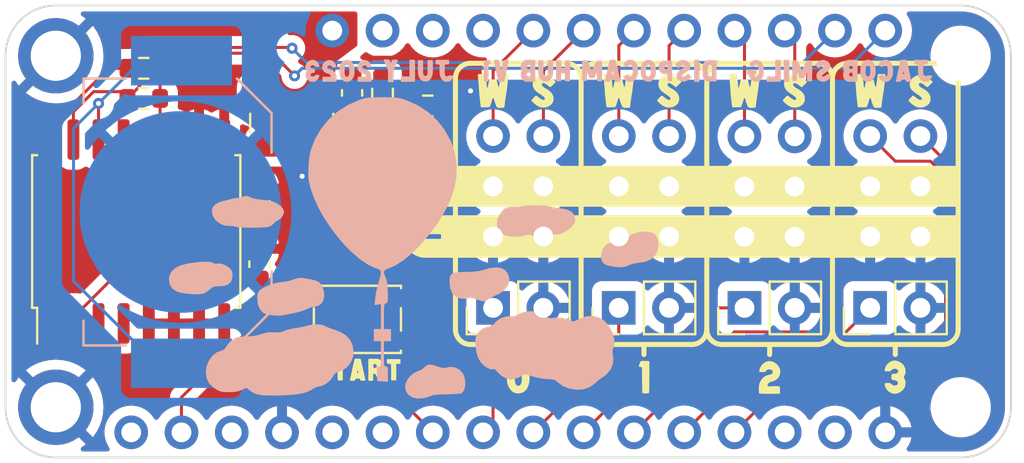
<source format=kicad_pcb>
(kicad_pcb (version 20221018) (generator pcbnew)
  (layers (0 "F.Cu" signal) (31 "B.Cu" signal) (34 "B.Paste" user) (35 "F.Paste" user) (36 "B.SilkS" user "B.Silkscreen") (37 "F.SilkS" user "F.Silkscreen") (38 "B.Mask" user) (39 "F.Mask" user) (44 "Edge.Cuts" user))
  (net 0 "")
  (net 1 "Net-(BT1-+)")
  (net 2 "GND")
  (net 3 "/BAT")
  (net 4 "+5V")
  (net 5 "+3V3")
  (net 6 "/RST")
  (net 7 "/AREF")
  (net 8 "/A0")
  (net 9 "/A1")
  (net 10 "/A2{slash}20")
  (net 11 "/A3{slash}21")
  (net 12 "/A4{slash}22")
  (net 13 "/A5{slash}23")
  (net 14 "/SCK{slash}15")
  (net 15 "/MOSI{slash}16")
  (net 16 "/MISO{slash}14")
  (net 17 "/RX{slash}0")
  (net 18 "/TX{slash}1")
  (net 19 "/EN")
  (net 20 "/USB")
  (net 21 "/13")
  (net 22 "/12")
  (net 23 "/11")
  (net 24 "/10")
  (net 25 "/9")
  (net 26 "/6")
  (net 27 "/5")
  (net 28 "/SCL")
  (net 29 "/SDA")
  (net 30 "Net-(U1-SW)")
  (net 31 "Net-(U1-FB)")
  (net 32 "Net-(U1-EN)")
  (footprint "kibuzzard-64C41670" (layer "F.Cu") (at 153.543 103.124)
    (fp_text reference "kibuzzard-64C41670" hide)
    (fp_text value "G***" hide)
  )
  (footprint "kibuzzard-64C4169B" (layer "F.Cu") (at 164.338 110.236)
    (fp_text reference "kibuzzard-64C4169B" hide)
    (fp_text value "G***" hide)
  )
  (footprint "kibuzzard-64C413C5" (layer "F.Cu") (at 159.258 95.758)
    (fp_text reference "kibuzzard-64C413C5" hide)
    (fp_text value "G***" hide)
  )
  (footprint "Dispocam_Hub:MountingHole_0.1in" (layer "F.Cu") (at 167.64 111.76)
    (fp_text reference "H4" hide)
    (fp_text value "MountingHole" hide)
    (pad "" np_thru_hole circle (at 0 0) (size 2.54 2.54) (drill 2.54) (layers "F&B.Cu" "*.Mask"))
  )
  (footprint "kibuzzard-64C413B2" (layer "F.Cu") (at 144.018 95.758)
    (fp_text reference "kibuzzard-64C413B2" hide)
    (fp_text value "G***" hide)
  )
  (footprint "Dispocam_Hub:MountingHole_0.1in_Pad" (layer "F.Cu") (at 121.92 93.98)
    (fp_text reference "H2" hide)
    (fp_text value "MountingHole_Pad" hide)
    (pad "1" thru_hole circle (at 0 0) (size 3.81 3.81) (drill 2.54) (layers "*.Cu" "*.Mask") (net 2 "GND"))
  )
  (footprint "Capacitor_SMD:C_0603_1608Metric" (layer "F.Cu") (at 132.207 101.473 90)
    (fp_text reference "C5" hide)
    (fp_text value "0.1uF" hide)
    (pad "1" smd roundrect (at -0.775 0 90) (size 0.9 0.95) (layers "F.Cu" "F.Paste" "F.Mask") (net 5 "+3V3"))
    (pad "2" smd roundrect (at 0.775 0 90) (size 0.9 0.95) (layers "F.Cu" "F.Paste" "F.Mask") (net 2 "GND"))
  )
  (footprint "Dispocam_Hub:PinHeader_2x03_P2.54mm_Vertical" (layer "F.Cu") (at 156.713 98.059)
    (fp_text reference "M3" hide)
    (fp_text value "Motor_Servo_Pair")
    (pad "1" thru_hole circle (at 0 0) (size 1.7 1.7) (drill 1) (layers "*.Cu" "*.Mask") (net 26 "/6"))
    (pad "2" thru_hole oval (at 2.54 0) (size 1.7 1.7) (drill 1) (layers "*.Cu" "*.Mask") (net 27 "/5"))
    (pad "3" thru_hole oval (at 0 2.54) (size 1.7 1.7) (drill 1) (layers "*.Cu" "*.Mask") (net 4 "+5V"))
    (pad "4" thru_hole oval (at 2.54 2.54) (size 1.7 1.7) (drill 1) (layers "*.Cu" "*.Mask") (net 4 "+5V"))
    (pad "5" thru_hole oval (at 0 5.08) (size 1.7 1.7) (drill 1) (layers "*.Cu" "*.Mask") (net 2 "GND"))
    (pad "6" thru_hole oval (at 2.54 5.08) (size 1.7 1.7) (drill 1) (layers "*.Cu" "*.Mask") (net 2 "GND"))
  )
  (footprint "kibuzzard-64C413B2" (layer "F.Cu") (at 156.718 95.758)
    (fp_text reference "kibuzzard-64C413B2" hide)
    (fp_text value "G***" hide)
  )
  (footprint "Package_TO_SOT_SMD:SOT-563" (layer "F.Cu") (at 137.152 98.794 -90)
    (fp_text reference "U1" hide)
    (fp_text value "TPS61023" hide)
    (pad "1" smd rect (at -0.75 -0.5 270) (size 0.7 0.34) (layers "F.Cu" "F.Paste" "F.Mask") (net 31 "Net-(U1-FB)"))
    (pad "2" smd rect (at -0.75 0 270) (size 0.7 0.34) (layers "F.Cu" "F.Paste" "F.Mask") (net 32 "Net-(U1-EN)"))
    (pad "3" smd rect (at -0.75 0.5 270) (size 0.7 0.34) (layers "F.Cu" "F.Paste" "F.Mask") (net 3 "/BAT"))
    (pad "4" smd rect (at 0.75 0.5 270) (size 0.7 0.34) (layers "F.Cu" "F.Paste" "F.Mask") (net 2 "GND"))
    (pad "5" smd rect (at 0.75 0 270) (size 0.7 0.34) (layers "F.Cu" "F.Paste" "F.Mask") (net 30 "Net-(U1-SW)"))
    (pad "6" smd rect (at 0.75 -0.5 270) (size 0.7 0.34) (layers "F.Cu" "F.Paste" "F.Mask") (net 4 "+5V"))
  )
  (footprint "kibuzzard-64C413C5" (layer "F.Cu") (at 152.908 95.758)
    (fp_text reference "kibuzzard-64C413C5" hide)
    (fp_text value "G***" hide)
  )
  (footprint "kibuzzard-64C413B2" (layer "F.Cu") (at 150.368 95.758)
    (fp_text reference "kibuzzard-64C413B2" hide)
    (fp_text value "G***" hide)
  )
  (footprint "kibuzzard-64C413C5" (layer "F.Cu") (at 165.608 95.758)
    (fp_text reference "kibuzzard-64C413C5" hide)
    (fp_text value "G***" hide)
  )
  (footprint "Resistor_SMD:R_0603_1608Metric" (layer "F.Cu") (at 138.43 95.885 -90)
    (fp_text reference "R3" hide)
    (fp_text value "100kΩ" hide)
    (pad "1" smd roundrect (at -0.825 0 270) (size 0.8 0.95) (layers "F.Cu" "F.Paste" "F.Mask") (net 3 "/BAT"))
    (pad "2" smd roundrect (at 0.825 0 270) (size 0.8 0.95) (layers "F.Cu" "F.Paste" "F.Mask") (net 32 "Net-(U1-EN)"))
  )
  (footprint "Dispocam_Hub:PinHeader_2x03_P2.54mm_Vertical" (layer "F.Cu") (at 163.068 98.044)
    (fp_text reference "M4" hide)
    (fp_text value "Motor_Servo_Pair")
    (pad "1" thru_hole circle (at 0 0) (size 1.7 1.7) (drill 1) (layers "*.Cu" "*.Mask") (net 15 "/MOSI{slash}16"))
    (pad "2" thru_hole oval (at 2.54 0) (size 1.7 1.7) (drill 1) (layers "*.Cu" "*.Mask") (net 16 "/MISO{slash}14"))
    (pad "3" thru_hole oval (at 0 2.54) (size 1.7 1.7) (drill 1) (layers "*.Cu" "*.Mask") (net 4 "+5V"))
    (pad "4" thru_hole oval (at 2.54 2.54) (size 1.7 1.7) (drill 1) (layers "*.Cu" "*.Mask") (net 4 "+5V"))
    (pad "5" thru_hole oval (at 0 5.08) (size 1.7 1.7) (drill 1) (layers "*.Cu" "*.Mask") (net 2 "GND"))
    (pad "6" thru_hole oval (at 2.54 5.08) (size 1.7 1.7) (drill 1) (layers "*.Cu" "*.Mask") (net 2 "GND"))
  )
  (footprint "Resistor_SMD:R_0603_1608Metric" (layer "F.Cu") (at 140.716 96.52)
    (fp_text reference "R2" hide)
    (fp_text value "100kΩ" hide)
    (pad "1" smd roundrect (at -0.825 0) (size 0.8 0.95) (layers "F.Cu" "F.Paste" "F.Mask") (net 31 "Net-(U1-FB)"))
    (pad "2" smd roundrect (at 0.825 0) (size 0.8 0.95) (layers "F.Cu" "F.Paste" "F.Mask") (net 2 "GND"))
  )
  (footprint "Capacitor_SMD:C_0603_1608Metric" (layer "F.Cu") (at 132.207 104.521 90)
    (fp_text reference "C4" hide)
    (fp_text value "10uF" hide)
    (pad "1" smd roundrect (at -0.775 0 90) (size 0.9 0.95) (layers "F.Cu" "F.Paste" "F.Mask") (net 5 "+3V3"))
    (pad "2" smd roundrect (at 0.775 0 90) (size 0.9 0.95) (layers "F.Cu" "F.Paste" "F.Mask") (net 2 "GND"))
  )
  (footprint "Button_Switch_SMD:SW_SPST_PTS810" (layer "F.Cu") (at 137.16 107.315 180)
    (fp_text reference "SW5" hide)
    (fp_text value "Trigger" hide)
    (pad "1" smd rect (at -2.075 -1.075 180) (size 1.05 0.65) (layers "F.Cu" "F.Paste" "F.Mask") (net 10 "/A2{slash}20"))
    (pad "1" smd rect (at 2.075 -1.075 180) (size 1.05 0.65) (layers "F.Cu" "F.Paste" "F.Mask") (net 10 "/A2{slash}20"))
    (pad "2" smd rect (at -2.075 1.075 180) (size 1.05 0.65) (layers "F.Cu" "F.Paste" "F.Mask") (net 2 "GND"))
    (pad "2" smd rect (at 2.075 1.075 180) (size 1.05 0.65) (layers "F.Cu" "F.Paste" "F.Mask") (net 2 "GND"))
  )
  (footprint "Dispocam_Hub:PinHeader_2x03_P2.54mm_Vertical" (layer "F.Cu") (at 150.368 98.044)
    (fp_text reference "M2" hide)
    (fp_text value "Motor_Servo_Pair")
    (pad "1" thru_hole circle (at 0 0) (size 1.7 1.7) (drill 1) (layers "*.Cu" "*.Mask") (net 24 "/10"))
    (pad "2" thru_hole oval (at 2.54 0) (size 1.7 1.7) (drill 1) (layers "*.Cu" "*.Mask") (net 25 "/9"))
    (pad "3" thru_hole oval (at 0 2.54) (size 1.7 1.7) (drill 1) (layers "*.Cu" "*.Mask") (net 4 "+5V"))
    (pad "4" thru_hole oval (at 2.54 2.54) (size 1.7 1.7) (drill 1) (layers "*.Cu" "*.Mask") (net 4 "+5V"))
    (pad "5" thru_hole oval (at 0 5.08) (size 1.7 1.7) (drill 1) (layers "*.Cu" "*.Mask") (net 2 "GND"))
    (pad "6" thru_hole oval (at 2.54 5.08) (size 1.7 1.7) (drill 1) (layers "*.Cu" "*.Mask") (net 2 "GND"))
  )
  (footprint "Capacitor_SMD:C_0603_1608Metric" (layer "F.Cu") (at 136.89 100.965 180)
    (fp_text reference "C3" hide)
    (fp_text value "22uF" hide)
    (pad "1" smd roundrect (at -0.775 0 180) (size 0.9 0.95) (layers "F.Cu" "F.Paste" "F.Mask") (net 4 "+5V"))
    (pad "2" smd roundrect (at 0.775 0 180) (size 0.9 0.95) (layers "F.Cu" "F.Paste" "F.Mask") (net 2 "GND"))
  )
  (footprint "Connector_PinHeader_2.54mm:PinHeader_1x02_P2.54mm_Vertical" (layer "F.Cu") (at 156.718 106.734 90)
    (fp_text reference "SW3" hide)
    (fp_text value "Wind Limit" hide)
    (pad "1" thru_hole rect (at 0 0 90) (size 1.7 1.7) (drill 1) (layers "*.Cu" "*.Mask") (net 13 "/A5{slash}23"))
    (pad "2" thru_hole oval (at 0 2.54 90) (size 1.7 1.7) (drill 1) (layers "*.Cu" "*.Mask") (net 2 "GND"))
  )
  (footprint "Connector_PinHeader_2.54mm:PinHeader_1x02_P2.54mm_Vertical" (layer "F.Cu") (at 150.363 106.734 90)
    (fp_text reference "SW2" hide)
    (fp_text value "Wind Limit" hide)
    (pad "1" thru_hole rect (at 0 0 90) (size 1.7 1.7) (drill 1) (layers "*.Cu" "*.Mask") (net 12 "/A4{slash}22"))
    (pad "2" thru_hole oval (at 0 2.54 90) (size 1.7 1.7) (drill 1) (layers "*.Cu" "*.Mask") (net 2 "GND"))
  )
  (footprint "Connector_PinHeader_2.54mm:PinHeader_1x02_P2.54mm_Vertical" (layer "F.Cu") (at 163.068 106.734 90)
    (fp_text reference "SW4" hide)
    (fp_text value "Wind Limit" hide)
    (pad "1" thru_hole rect (at 0 0 90) (size 1.7 1.7) (drill 1) (layers "*.Cu" "*.Mask") (net 14 "/SCK{slash}15"))
    (pad "2" thru_hole oval (at 0 2.54 90) (size 1.7 1.7) (drill 1) (layers "*.Cu" "*.Mask") (net 2 "GND"))
  )
  (footprint "Dispocam_Hub:MountingHole_0.1in_Pad" (layer "F.Cu") (at 121.92 111.76)
    (fp_text reference "H1" hide)
    (fp_text value "MountingHole_Pad" hide)
    (pad "1" thru_hole circle (at 0 0) (size 3.81 3.81) (drill 2.54) (layers "*.Cu" "*.Mask") (net 2 "GND"))
  )
  (footprint "Package_SO:SOIC-16W_7.5x10.3mm_P1.27mm" (layer "F.Cu") (at 125.984 102.87 90)
    (fp_text reference "U2" hide)
    (fp_text value "DS3231M" hide)
    (pad "1" smd roundrect (at -4.65 -4.445 90) (size 2.05 0.6) (layers "F.Cu" "F.Paste" "F.Mask"))
    (pad "2" smd roundrect (at -4.65 -3.175 90) (size 2.05 0.6) (layers "F.Cu" "F.Paste" "F.Mask") (net 5 "+3V3"))
    (pad "3" smd roundrect (at -4.65 -1.905 90) (size 2.05 0.6) (layers "F.Cu" "F.Paste" "F.Mask"))
    (pad "4" smd roundrect (at -4.65 -0.635 90) (size 2.05 0.6) (layers "F.Cu" "F.Paste" "F.Mask"))
    (pad "5" smd roundrect (at -4.65 0.635 90) (size 2.05 0.6) (layers "F.Cu" "F.Paste" "F.Mask") (net 2 "GND"))
    (pad "6" smd roundrect (at -4.65 1.905 90) (size 2.05 0.6) (layers "F.Cu" "F.Paste" "F.Mask") (net 2 "GND"))
    (pad "7" smd roundrect (at -4.65 3.175 90) (size 2.05 0.6) (layers "F.Cu" "F.Paste" "F.Mask") (net 2 "GND"))
    (pad "8" smd roundrect (at -4.65 4.445 90) (size 2.05 0.6) (layers "F.Cu" "F.Paste" "F.Mask") (net 2 "GND"))
    (pad "9" smd roundrect (at 4.65 4.445 90) (size 2.05 0.6) (layers "F.Cu" "F.Paste" "F.Mask") (net 2 "GND"))
    (pad "10" smd roundrect (at 4.65 3.175 90) (size 2.05 0.6) (layers "F.Cu" "F.Paste" "F.Mask") (net 2 "GND"))
    (pad "11" smd roundrect (at 4.65 1.905 90) (size 2.05 0.6) (layers "F.Cu" "F.Paste" "F.Mask") (net 2 "GND"))
    (pad "12" smd roundrect (at 4.65 0.635 90) (size 2.05 0.6) (layers "F.Cu" "F.Paste" "F.Mask") (net 2 "GND"))
    (pad "13" smd roundrect (at 4.65 -0.635 90) (size 2.05 0.6) (layers "F.Cu" "F.Paste" "F.Mask") (net 2 "GND"))
    (pad "14" smd roundrect (at 4.65 -1.905 90) (size 2.05 0.6) (layers "F.Cu" "F.Paste" "F.Mask") (net 1 "Net-(BT1-+)"))
    (pad "15" smd roundrect (at 4.65 -3.175 90) (size 2.05 0.6) (layers "F.Cu" "F.Paste" "F.Mask") (net 29 "/SDA"))
    (pad "16" smd roundrect (at 4.65 -4.445 90) (size 2.05 0.6) (layers "F.Cu" "F.Paste" "F.Mask") (net 28 "/SCL"))
  )
  (footprint "Capacitor_SMD:C_0603_1608Metric" (layer "F.Cu") (at 136.89 102.459 180)
    (fp_text reference "C2" hide)
    (fp_text value "22uF" hide)
    (pad "1" smd roundrect (at -0.775 0 180) (size 0.9 0.95) (layers "F.Cu" "F.Paste" "F.Mask") (net 4 "+5V"))
    (pad "2" smd roundrect (at 0.775 0 180) (size 0.9 0.95) (layers "F.Cu" "F.Paste" "F.Mask") (net 2 "GND"))
  )
  (footprint "Resistor_SMD:R_0603_1608Metric" (layer "F.Cu") (at 140.716 98.044 180)
    (fp_text reference "R1" hide)
    (fp_text value "732kΩ" hide)
    (pad "1" smd roundrect (at -0.825 0 180) (size 0.8 0.95) (layers "F.Cu" "F.Paste" "F.Mask") (net 4 "+5V"))
    (pad "2" smd roundrect (at 0.825 0 180) (size 0.8 0.95) (layers "F.Cu" "F.Paste" "F.Mask") (net 31 "Net-(U1-FB)"))
  )
  (footprint "kibuzzard-64C413FA" (layer "F.Cu") (at 145.288 110.236)
    (fp_text reference "kibuzzard-64C413FA" hide)
    (fp_text value "G***" hide)
  )
  (footprint "Dispocam_Hub:MountingHole_0.1in" (layer "F.Cu") (at 167.64 93.98)
    (fp_text reference "H3" hide)
    (fp_text value "MountingHole" hide)
    (pad "" np_thru_hole circle (at 0 0) (size 2.54 2.54) (drill 2.54) (layers "F&B.Cu" "*.Mask"))
  )
  (footprint "Inductor_SMD:L_Wuerth_MAPI-4030" (layer "F.Cu") (at 133.842 97.409 -90)
    (fp_text reference "L1" hide)
    (fp_text value "1uH" hide)
    (pad "1" smd rect (at -1.185 0 270) (size 0.98 3.7) (layers "F.Cu" "F.Paste" "F.Mask") (net 3 "/BAT"))
    (pad "2" smd rect (at 1.185 0 270) (size 0.98 3.7) (layers "F.Cu" "F.Paste" "F.Mask") (net 30 "Net-(U1-SW)"))
  )
  (footprint "kibuzzard-64C413B2" (layer "F.Cu") (at 163.068 95.758)
    (fp_text reference "kibuzzard-64C413B2" hide)
    (fp_text value "G***" hide)
  )
  (footprint "kibuzzard-64C41698" (layer "F.Cu") (at 157.988 110.236)
    (fp_text reference "kibuzzard-64C41698" hide)
    (fp_text value "G***" hide)
  )
  (footprint "kibuzzard-64C413C5" (layer "F.Cu") (at 146.558 95.758)
    (fp_text reference "kibuzzard-64C413C5" hide)
    (fp_text value "G***" hide)
  )
  (footprint "Dispocam_Hub:PinHeader_2x03_P2.54mm_Vertical" (layer "F.Cu") (at 144.013 98.044)
    (fp_text reference "M1" hide)
    (fp_text value "Motor_Servo_Pair")
    (pad "1" thru_hole circle (at 0 0) (size 1.7 1.7) (drill 1) (layers "*.Cu" "*.Mask") (net 22 "/12"))
    (pad "2" thru_hole oval (at 2.54 0) (size 1.7 1.7) (drill 1) (layers "*.Cu" "*.Mask") (net 23 "/11"))
    (pad "3" thru_hole oval (at 0 2.54) (size 1.7 1.7) (drill 1) (layers "*.Cu" "*.Mask") (net 4 "+5V"))
    (pad "4" thru_hole oval (at 2.54 2.54) (size 1.7 1.7) (drill 1) (layers "*.Cu" "*.Mask") (net 4 "+5V"))
    (pad "5" thru_hole oval (at 0 5.08) (size 1.7 1.7) (drill 1) (layers "*.Cu" "*.Mask") (net 2 "GND"))
    (pad "6" thru_hole oval (at 2.54 5.08) (size 1.7 1.7) (drill 1) (layers "*.Cu" "*.Mask") (net 2 "GND"))
  )
  (footprint "Capacitor_SMD:C_0603_1608Metric" (layer "F.Cu") (at 136.89 95.8596 90)
    (fp_text reference "C1" hide)
    (fp_text value "10uF" hide)
    (pad "1" smd roundrect (at -0.775 0 90) (size 0.9 0.95) (layers "F.Cu" "F.Paste" "F.Mask") (net 3 "/BAT"))
    (pad "2" smd roundrect (at 0.775 0 90) (size 0.9 0.95) (layers "F.Cu" "F.Paste" "F.Mask") (net 2 "GND"))
  )
  (footprint "Resistor_SMD:R_0603_1608Metric" (layer "F.Cu") (at 126.365 96.139 180)
    (fp_text reference "R4" hide)
    (fp_text value "10kΩ" hide)
    (pad "1" smd roundrect (at -0.825 0 180) (size 0.8 0.95) (layers "F.Cu" "F.Paste" "F.Mask") (net 5 "+3V3"))
    (pad "2" smd roundrect (at 0.825 0 180) (size 0.8 0.95) (layers "F.Cu" "F.Paste" "F.Mask") (net 29 "/SDA"))
  )
  (footprint "Resistor_SMD:R_0603_1608Metric" (layer "F.Cu") (at 126.365 94.615 180)
    (fp_text reference "R5" hide)
    (fp_text value "10kΩ" hide)
    (pad "1" smd roundrect (at -0.825 0 180) (size 0.8 0.95) (layers "F.Cu" "F.Paste" "F.Mask") (net 5 "+3V3"))
    (pad "2" smd roundrect (at 0.825 0 180) (size 0.8 0.95) (layers "F.Cu" "F.Paste" "F.Mask") (net 28 "/SCL"))
  )
  (footprint "kibuzzard-64C40EF2" (layer "F.Cu") (at 137.16 109.855)
    (fp_text reference "kibuzzard-64C40EF2" hide)
    (fp_text value "G***" hide)
  )
  (footprint "kibuzzard-64C41694" (layer "F.Cu") (at 151.638 110.236)
    (fp_text reference "kibuzzard-64C41694" hide)
    (fp_text value "G***" hide)
  )
  (footprint "kibuzzard-64C4164E" (layer "F.Cu") (at 153.543 100.584)
    (fp_text reference "kibuzzard-64C4164E" hide)
    (fp_text value "G***" hide)
  )
  (footprint "Connector_PinHeader_2.54mm:PinHeader_1x02_P2.54mm_Vertical" (layer "F.Cu") (at 144.013 106.734 90)
    (fp_text reference "SW1" hide)
    (fp_text value "Wind Limit" hide)
    (pad "1" thru_hole rect (at 0 0 90) (size 1.7 1.7) (drill 1) (layers "*.Cu" "*.Mask") (net 11 "/A3{slash}21"))
    (pad "2" thru_hole oval (at 0 2.54 90) (size 1.7 1.7) (drill 1) (layers "*.Cu" "*.Mask") (net 2 "GND"))
  )
  (footprint "kibuzzard-64C418B2" (layer "B.Cu") (at 150.368 94.742 180)
    (fp_text reference "kibuzzard-64C418B2" hide)
    (fp_text value "G***" hide)
  )
  (footprint "Connector_PinHeader_2.54mm:PinHeader_1x12_P2.54mm_Vertical" (layer "B.Cu") (at 135.89 92.71 -90)
    (fp_text reference "J2" hide)
    (fp_text value "Conn_01x12" hide)
    (pad "1" thru_hole circle (at 0 0 270) (size 1.7 1.7) (drill 1) (layers "*.Cu" "*.Mask") (net 3 "/BAT"))
    (pad "2" thru_hole oval (at 0 -2.54 270) (size 1.7 1.7) (drill 1) (layers "*.Cu" "*.Mask") (net 19 "/EN"))
    (pad "3" thru_hole oval (at 0 -5.08 270) (size 1.7 1.7) (drill 1) (layers "*.Cu" "*.Mask") (net 20 "/USB"))
    (pad "4" thru_hole oval (at 0 -7.62 270) (size 1.7 1.7) (drill 1) (layers "*.Cu" "*.Mask") (net 21 "/13"))
    (pad "5" thru_hole oval (at 0 -10.16 270) (size 1.7 1.7) (drill 1) (layers "*.Cu" "*.Mask") (net 22 "/12"))
    (pad "6" thru_hole oval (at 0 -12.7 270) (size 1.7 1.7) (drill 1) (layers "*.Cu" "*.Mask") (net 23 "/11"))
    (pad "7" thru_hole oval (at 0 -15.24 270) (size 1.7 1.7) (drill 1) (layers "*.Cu" "*.Mask") (net 24 "/10"))
    (pad "8" thru_hole oval (at 0 -17.78 270) (size 1.7 1.7) (drill 1) (layers "*.Cu" "*.Mask") (net 25 "/9"))
    (pad "9" thru_hole oval (at 0 -20.32 270) (size 1.7 1.7) (drill 1) (layers "*.Cu" "*.Mask") (net 26 "/6"))
    (pad "10" thru_hole oval (at 0 -22.86 270) (size 1.7 1.7) (drill 1) (layers "*.Cu" "*.Mask") (net 27 "/5"))
    (pad "11" thru_hole oval (at 0 -25.4 270) (size 1.7 1.7) (drill 1) (layers "*.Cu" "*.Mask") (net 28 "/SCL"))
    (pad "12" thru_hole oval (at 0 -27.94 270) (size 1.7 1.7) (drill 1) (layers "*.Cu" "*.Mask") (net 29 "/SDA"))
  )
  (footprint "Dispocam_Hub:BAT_BK-916-TR" (layer "B.Cu") (at 128.22 101.884 90)
    (fp_text reference "BT1" hide)
    (fp_text value "CR1220" hide)
    (pad "1" smd rect (at -7.65 0.05 90) (size 2.5 5.1) (layers "B.Cu" "B.Paste" "B.Mask") (net 1 "Net-(BT1-+)"))
    (pad "1" smd rect (at 7.65 0.05 90) (size 2.5 5.1) (layers "B.Cu" "B.Paste" "B.Mask") (net 1 "Net-(BT1-+)"))
    (pad "2" smd circle (at 0 0 90) (size 10.2 10.2) (layers "B.Cu" "B.Paste" "B.Mask") (net 2 "GND"))
  )
  (footprint "LOGO" (layer "B.Cu") (at 140.029259 103.664925 180)
    (fp_text reference "G***" hide)
    (fp_text value "LOGO" hide)
  )
  (footprint "Connector_PinHeader_2.54mm:PinHeader_1x16_P2.54mm_Vertical" (layer "B.Cu") (at 125.73 113.03 -90)
    (fp_text reference "J1" hide)
    (fp_text value "Conn_01x16" hide)
    (pad "1" thru_hole circle (at 0 0 270) (size 1.7 1.7) (drill 1) (layers "*.Cu" "*.Mask") (net 6 "/RST"))
    (pad "2" thru_hole oval (at 0 -2.54 270) (size 1.7 1.7) (drill 1) (layers "*.Cu" "*.Mask") (net 5 "+3V3"))
    (pad "3" thru_hole oval (at 0 -5.08 270) (size 1.7 1.7) (drill 1) (layers "*.Cu" "*.Mask") (net 7 "/AREF"))
    (pad "4" thru_hole oval (at 0 -7.62 270) (size 1.7 1.7) (drill 1) (layers "*.Cu" "*.Mask") (net 2 "GND"))
    (pad "5" thru_hole oval (at 0 -10.16 270) (size 1.7 1.7) (drill 1) (layers "*.Cu" "*.Mask") (net 8 "/A0"))
    (pad "6" thru_hole oval (at 0 -12.7 270) (size 1.7 1.7) (drill 1) (layers "*.Cu" "*.Mask") (net 9 "/A1"))
    (pad "7" thru_hole oval (at 0 -15.24 270) (size 1.7 1.7) (drill 1) (layers "*.Cu" "*.Mask") (net 10 "/A2{slash}20"))
    (pad "8" thru_hole oval (at 0 -17.78 270) (size 1.7 1.7) (drill 1) (layers "*.Cu" "*.Mask") (net 11 "/A3{slash}21"))
    (pad "9" thru_hole oval (at 0 -20.32 270) (size 1.7 1.7) (drill 1) (layers "*.Cu" "*.Mask") (net 12 "/A4{slash}22"))
    (pad "10" thru_hole oval (at 0 -22.86 270) (size 1.7 1.7) (drill 1) (layers "*.Cu" "*.Mask") (net 13 "/A5{slash}23"))
    (pad "11" thru_hole oval (at 0 -25.4 270) (size 1.7 1.7) (drill 1) (layers "*.Cu" "*.Mask") (net 14 "/SCK{slash}15"))
    (pad "12" thru_hole oval (at 0 -27.94 270) (size 1.7 1.7) (drill 1) (layers "*.Cu" "*.Mask") (net 15 "/MOSI{slash}16"))
    (pad "13" thru_hole oval (at 0 -30.48 270) (size 1.7 1.7) (drill 1) (layers "*.Cu" "*.Mask") (net 16 "/MISO{slash}14"))
    (pad "14" thru_hole oval (at 0 -33.02 270) (size 1.7 1.7) (drill 1) (layers "*.Cu" "*.Mask") (net 17 "/RX{slash}0"))
    (pad "15" thru_hole oval (at 0 -35.56 270) (size 1.7 1.7) (drill 1) (layers "*.Cu" "*.Mask") (net 18 "/TX{slash}1"))
    (pad "16" thru_hole oval (at 0 -38.1 270) (size 1.7 1.7) (drill 1) (layers "*.Cu" "*.Mask") (net 2 "GND"))
  )
  (gr_arc (start 148.463 107.823) (mid 148.239815 108.361815) (end 147.701 108.585) (stroke (width 0.254)) (layer "F.SilkS"))
  (gr_line (start 161.925 94.361) (end 166.751 94.361) (stroke (width 0.254)) (layer "F.SilkS"))
  (gr_line (start 142.875 94.361) (end 147.701 94.361) (stroke (width 0.254)) (layer "F.SilkS"))
  (gr_arc (start 142.113 95.123) (mid 142.336185 94.584185) (end 142.875 94.361) (stroke (width 0.254)) (layer "F.SilkS"))
  (gr_arc (start 167.513 107.823) (mid 167.289815 108.361815) (end 166.751 108.585) (stroke (width 0.254)) (layer "F.SilkS"))
  (gr_line (start 157.988 108.585) (end 157.988 109.093) (stroke (width 0.254)) (layer "F.SilkS"))
  (gr_line (start 145.288 108.585) (end 145.288 109.093) (stroke (width 0.254)) (layer "F.SilkS"))
  (gr_arc (start 161.925 108.585) (mid 161.386185 108.361815) (end 161.163 107.823) (stroke (width 0.254)) (layer "F.SilkS"))
  (gr_arc (start 154.813 95.123) (mid 155.036185 94.584185) (end 155.575 94.361) (stroke (width 0.254)) (layer "F.SilkS"))
  (gr_arc (start 161.163 107.823) (mid 160.939815 108.361815) (end 160.401 108.585) (stroke (width 0.254)) (layer "F.SilkS"))
  (gr_arc (start 148.463 95.123) (mid 148.686185 94.584185) (end 149.225 94.361) (stroke (width 0.254)) (layer "F.SilkS"))
  (gr_line (start 155.575 94.361) (end 160.401 94.361) (stroke (width 0.254)) (layer "F.SilkS"))
  (gr_line (start 142.113 95.123) (end 142.113 107.823) (stroke (width 0.254)) (layer "F.SilkS"))
  (gr_arc (start 160.401 94.361) (mid 160.939815 94.584185) (end 161.163 95.123) (stroke (width 0.254)) (layer "F.SilkS"))
  (gr_arc (start 147.701 94.361) (mid 148.239815 94.584185) (end 148.463 95.123) (stroke (width 0.254)) (layer "F.SilkS"))
  (gr_line (start 164.338 108.585) (end 164.338 109.093) (stroke (width 0.254)) (layer "F.SilkS"))
  (gr_arc (start 154.813 107.823) (mid 154.589815 108.361815) (end 154.051 108.585) (stroke (width 0.254)) (layer "F.SilkS"))
  (gr_arc (start 155.575 108.585) (mid 155.036185 108.361815) (end 154.813 107.823) (stroke (width 0.254)) (layer "F.SilkS"))
  (gr_arc (start 154.051 94.361) (mid 154.589815 94.584185) (end 154.813 95.123) (stroke (width 0.254)) (layer "F.SilkS"))
  (gr_arc (start 166.751 94.361) (mid 167.289815 94.584185) (end 167.513 95.123) (stroke (width 0.254)) (layer "F.SilkS"))
  (gr_line (start 154.813 95.123) (end 154.813 107.823) (stroke (width 0.254)) (layer "F.SilkS"))
  (gr_line (start 160.401 108.585) (end 155.575 108.585) (stroke (width 0.254)) (layer "F.SilkS"))
  (gr_line (start 151.638 108.585) (end 151.638 109.093) (stroke (width 0.254)) (layer "F.SilkS"))
  (gr_line (start 161.163 95.123) (end 161.163 107.823) (stroke (width 0.254)) (layer "F.SilkS"))
  (gr_line (start 154.051 108.585) (end 149.225 108.585) (stroke (width 0.254)) (layer "F.SilkS"))
  (gr_arc (start 149.225 108.585) (mid 148.686185 108.361815) (end 148.463 107.823) (stroke (width 0.254)) (layer "F.SilkS"))
  (gr_arc (start 142.875 108.585) (mid 142.336185 108.361815) (end 142.113 107.823) (stroke (width 0.254)) (layer "F.SilkS"))
  (gr_line (start 167.513 95.123) (end 167.513 107.823) (stroke (width 0.254)) (layer "F.SilkS"))
  (gr_line (start 166.751 108.585) (end 161.925 108.585) (stroke (width 0.254)) (layer "F.SilkS"))
  (gr_arc (start 161.163 95.123) (mid 161.386185 94.584185) (end 161.925 94.361) (stroke (width 0.254)) (layer "F.SilkS"))
  (gr_line (start 148.463 95.123) (end 148.463 107.823) (stroke (width 0.254)) (layer "F.SilkS"))
  (gr_line (start 149.225 94.361) (end 154.051 94.361) (stroke (width 0.254)) (layer "F.SilkS"))
  (gr_line (start 147.701 108.585) (end 142.875 108.585) (stroke (width 0.254)) (layer "F.SilkS"))
  (gr_arc (start 167.64 91.44) (mid 169.436051 92.183949) (end 170.18 93.98) (stroke (width 0.1)) (layer "Edge.Cuts"))
  (gr_arc (start 119.38 93.98) (mid 120.123949 92.183949) (end 121.92 91.44) (stroke (width 0.1)) (layer "Edge.Cuts"))
  (gr_line (start 119.38 111.76) (end 119.38 93.98) (stroke (width 0.1)) (layer "Edge.Cuts"))
  (gr_arc (start 121.92 114.3) (mid 120.123949 113.556051) (end 119.38 111.76) (stroke (width 0.1)) (layer "Edge.Cuts"))
  (gr_line (start 121.92 91.44) (end 167.64 91.44) (stroke (width 0.1)) (layer "Edge.Cuts"))
  (gr_arc (start 170.18 111.76) (mid 169.436051 113.556051) (end 167.64 114.3) (stroke (width 0.1)) (layer "Edge.Cuts"))
  (gr_line (start 167.64 114.3) (end 121.92 114.3) (stroke (width 0.1)) (layer "Edge.Cuts"))
  (gr_line (start 170.18 93.98) (end 170.18 111.76) (stroke (width 0.1)) (layer "Edge.Cuts"))
  (segment (start 124.079 98.22) (end 124.079 96.393) (width 0.1524) (layer "F.Cu") (net 1))
  (via (at 124.079 96.393) (size 0.5588) (drill 0.254) (layers "F.Cu" "B.Cu") (net 1))
  (segment (start 122.8152 105.3792) (end 122.8152 97.6568) (width 0.1524) (layer "B.Cu") (net 1))
  (segment (start 128.27 109.534) (end 126.97 109.534) (width 0.1524) (layer "B.Cu") (net 1))
  (segment (start 126.238 94.234) (end 128.27 94.234) (width 0.1524) (layer "B.Cu") (net 1))
  (segment (start 126.97 109.534) (end 122.8152 105.3792) (width 0.1524) (layer "B.Cu") (net 1))
  (segment (start 124.079 96.393) (end 126.238 94.234) (width 0.1524) (layer "B.Cu") (net 1))
  (segment (start 122.8152 97.6568) (end 124.079 96.393) (width 0.1524) (layer "B.Cu") (net 1))
  (segment (start 136.652 99.544) (end 136.652 100.428) (width 0.254) (layer "F.Cu") (net 2))
  (segment (start 137.8676 94.107) (end 139.128 94.107) (width 0.254) (layer "F.Cu") (net 2))
  (segment (start 136.89 95.0846) (end 137.8676 94.107) (width 0.254) (layer "F.Cu") (net 2))
  (segment (start 139.128 94.107) (end 141.541 96.52) (width 0.254) (layer "F.Cu") (net 2))
  (segment (start 136.652 100.428) (end 136.115 100.965) (width 0.254) (layer "F.Cu") (net 2))
  (via (at 142.875 95.758) (size 0.5588) (drill 0.254) (layers "F.Cu" "B.Cu") (net 2))
  (via (at 134.366 100.076) (size 0.5588) (drill 0.254) (layers "F.Cu" "B.Cu") (net 2))
  (segment (start 138.43 95.0946) (end 136.89 96.6346) (width 0.254) (layer "F.Cu") (net 3))
  (segment (start 138.43 95.06) (end 138.43 95.0946) (width 0.254) (layer "F.Cu") (net 3))
  (segment (start 144.013 100.584) (end 142.621 100.584) (width 0.254) (layer "F.Cu") (net 4))
  (segment (start 152.908 100.584) (end 150.368 100.584) (width 0.254) (layer "F.Cu") (net 4))
  (segment (start 159.268 100.584) (end 159.253 100.599) (width 0.254) (layer "F.Cu") (net 4))
  (segment (start 150.368 100.584) (end 146.553 100.584) (width 0.254) (layer "F.Cu") (net 4))
  (segment (start 165.608 100.584) (end 163.068 100.584) (width 0.254) (layer "F.Cu") (net 4))
  (segment (start 137.652 99.544) (end 138.152 99.544) (width 0.254) (layer "F.Cu") (net 4))
  (segment (start 146.553 100.584) (end 144.013 100.584) (width 0.254) (layer "F.Cu") (net 4))
  (segment (start 159.253 100.599) (end 156.713 100.599) (width 0.254) (layer "F.Cu") (net 4))
  (segment (start 163.068 100.584) (end 159.268 100.584) (width 0.254) (layer "F.Cu") (net 4))
  (segment (start 142.621 100.584) (end 141.859 99.822) (width 0.254) (layer "F.Cu") (net 4))
  (segment (start 156.713 100.599) (end 152.923 100.599) (width 0.254) (layer "F.Cu") (net 4))
  (segment (start 152.923 100.599) (end 152.908 100.584) (width 0.254) (layer "F.Cu") (net 4))
  (segment (start 131.4272 103.0278) (end 131.4272 104.5162) (width 0.1524) (layer "F.Cu") (net 5))
  (segment (start 130.151218 102.248) (end 127.19 99.286782) (width 0.1524) (layer "F.Cu") (net 5))
  (segment (start 127.19 96.139) (end 127.19 94.615) (width 0.1524) (layer "F.Cu") (net 5))
  (segment (start 122.809 107.211618) (end 122.809 107.52) (width 0.1524) (layer "F.Cu") (net 5))
  (segment (start 128.27 111.257382) (end 128.27 113.03) (width 0.1524) (layer "F.Cu") (net 5))
  (segment (start 132.207 102.248) (end 131.4272 103.0278) (width 0.1524) (layer "F.Cu") (net 5))
  (segment (start 132.207 107.320382) (end 128.27 111.257382) (width 0.1524) (layer "F.Cu") (net 5))
  (segment (start 127.19 99.286782) (end 127.19 96.139) (width 0.1524) (layer "F.Cu") (net 5))
  (segment (start 124.724618 105.296) (end 122.809 107.211618) (width 0.1524) (layer "F.Cu") (net 5))
  (segment (start 131.4272 104.5162) (end 132.207 105.296) (width 0.1524) (layer "F.Cu") (net 5))
  (segment (start 132.207 102.248) (end 130.151218 102.248) (width 0.1524) (layer "F.Cu") (net 5))
  (segment (start 132.207 105.296) (end 124.724618 105.296) (width 0.1524) (layer "F.Cu") (net 5))
  (segment (start 132.207 105.296) (end 132.207 107.320382) (width 0.1524) (layer "F.Cu") (net 5))
  (segment (start 135.085 108.39) (end 139.235 108.39) (width 0.1524) (layer "F.Cu") (net 10))
  (segment (start 139.235 108.39) (end 139.235 111.295) (width 0.1524) (layer "F.Cu") (net 10))
  (segment (start 139.235 111.295) (end 140.97 113.03) (width 0.1524) (layer "F.Cu") (net 10))
  (segment (start 144.013 112.527) (end 143.51 113.03) (width 0.1524) (layer "F.Cu") (net 11))
  (segment (start 144.013 106.68) (end 144.013 112.527) (width 0.1524) (layer "F.Cu") (net 11))
  (segment (start 150.363 106.734) (end 150.363 108.717) (width 0.1524) (layer "F.Cu") (net 12))
  (segment (start 150.363 108.717) (end 146.05 113.03) (width 0.1524) (layer "F.Cu") (net 12))
  (segment (start 156.718 106.734) (end 154.886 106.734) (width 0.1524) (layer "F.Cu") (net 13))
  (segment (start 154.886 106.734) (end 148.59 113.03) (width 0.1524) (layer "F.Cu") (net 13))
  (segment (start 163.068 106.734) (end 161.852 107.95) (width 0.1524) (layer "F.Cu") (net 14))
  (segment (start 156.21 107.95) (end 151.13 113.03) (width 0.1524) (layer "F.Cu") (net 14))
  (segment (start 161.852 107.95) (end 156.21 107.95) (width 0.1524) (layer "F.Cu") (net 14))
  (segment (start 166.878 107.442) (end 166.0271 108.2929) (width 0.1524) (layer "F.Cu") (net 15))
  (segment (start 166.116 99.314) (end 166.878 100.076) (width 0.1524) (layer "F.Cu") (net 15))
  (segment (start 166.0271 108.2929) (end 158.4071 108.2929) (width 0.1524) (layer "F.Cu") (net 15))
  (segment (start 166.878 100.076) (end 166.878 107.442) (width 0.1524) (layer "F.Cu") (net 15))
  (segment (start 164.338 99.314) (end 166.116 99.314) (width 0.1524) (layer "F.Cu") (net 15))
  (segment (start 158.4071 108.2929) (end 153.67 113.03) (width 0.1524) (layer "F.Cu") (net 15))
  (segment (start 163.068 98.044) (end 164.338 99.314) (width 0.1524) (layer "F.Cu") (net 15))
  (segment (start 166.497 108.585) (end 160.655 108.585) (width 0.1524) (layer "F.Cu") (net 16))
  (segment (start 167.259 107.823) (end 166.497 108.585) (width 0.1524) (layer "F.Cu") (net 16))
  (segment (start 165.608 98.044) (end 167.259 99.695) (width 0.1524) (layer "F.Cu") (net 16))
  (segment (start 167.259 99.695) (end 167.259 107.823) (width 0.1524) (layer "F.Cu") (net 16))
  (segment (start 160.655 108.585) (end 156.21 113.03) (width 0.1524) (layer "F.Cu") (net 16))
  (segment (start 146.05 92.71) (end 144.018 94.742) (width 0.1524) (layer "F.Cu") (net 22))
  (segment (start 144.018 94.742) (end 144.018 98.044) (width 0.1524) (layer "F.Cu") (net 22))
  (segment (start 146.558 94.742) (end 148.59 92.71) (width 0.1524) (layer "F.Cu") (net 23))
  (segment (start 146.558 98.044) (end 146.558 94.742) (width 0.1524) (layer "F.Cu") (net 23))
  (segment (start 150.368 98.044) (end 150.368 93.472) (width 0.1524) (layer "F.Cu") (net 24))
  (segment (start 150.368 93.472) (end 151.13 92.71) (width 0.1524) (layer "F.Cu") (net 24))
  (segment (start 152.908 93.472) (end 153.67 92.71) (width 0.1524) (layer "F.Cu") (net 25))
  (segment (start 152.908 98.044) (end 152.908 93.472) (width 0.1524) (layer "F.Cu") (net 25))
  (segment (start 156.718 98.044) (end 156.718 93.218) (width 0.1524) (layer "F.Cu") (net 26))
  (segment (start 156.718 93.218) (end 156.21 92.71) (width 0.1524) (layer "F.Cu") (net 26))
  (segment (start 159.258 93.218) (end 158.75 92.71) (width 0.1524) (layer "F.Cu") (net 27))
  (segment (start 159.258 98.044) (end 159.258 93.218) (width 0.1524) (layer "F.Cu") (net 27))
  (segment (start 121.539 97.675763) (end 121.539 98.22) (width 0.1524) (layer "F.Cu") (net 28))
  (segment (start 124.599763 94.615) (end 121.539 97.675763) (width 0.1524) (layer "F.Cu") (net 28))
  (segment (start 126.5941 93.5609) (end 125.54 94.615) (width 0.1524) (layer "F.Cu") (net 28))
  (segment (start 125.54 94.615) (end 124.599763 94.615) (width 0.1524) (layer "F.Cu") (net 28))
  (segment (start 133.858 93.599) (end 133.8199 93.5609) (width 0.1524) (layer "F.Cu") (net 28))
  (segment (start 133.8199 93.5609) (end 126.5941 93.5609) (width 0.1524) (layer "F.Cu") (net 28))
  (via (at 133.858 93.599) (size 0.5588) (drill 0.254) (layers "F.Cu" "B.Cu") (net 28))
  (segment (start 134.5819 94.3229) (end 159.6771 94.3229) (width 0.1524) (layer "B.Cu") (net 28))
  (segment (start 133.858 93.599) (end 134.5819 94.3229) (width 0.1524) (layer "B.Cu") (net 28))
  (segment (start 159.6771 94.3229) (end 161.29 92.71) (width 0.1524) (layer "B.Cu") (net 28))
  (segment (start 126.1559 94.5701) (end 126.1559 95.5231) (width 0.1524) (layer "F.Cu") (net 29))
  (segment (start 125.1971 95.7961) (end 123.831755 95.7961) (width 0.1524) (layer "F.Cu") (net 29))
  (segment (start 133.985 94.996) (end 132.842 93.853) (width 0.1524) (layer "F.Cu") (net 29))
  (segment (start 123.831755 95.7961) (end 122.809 96.818855) (width 0.1524) (layer "F.Cu") (net 29))
  (segment (start 125.54 96.139) (end 125.1971 95.7961) (width 0.1524) (layer "F.Cu") (net 29))
  (segment (start 122.809 96.818855) (end 122.809 98.22) (width 0.1524) (layer "F.Cu") (net 29))
  (segment (start 132.842 93.853) (end 126.873 93.853) (width 0.1524) (layer "F.Cu") (net 29))
  (segment (start 126.1559 95.5231) (end 125.54 96.139) (width 0.1524) (layer "F.Cu") (net 29))
  (segment (start 126.873 93.853) (end 126.1559 94.5701) (width 0.1524) (layer "F.Cu") (net 29))
  (via (at 133.985 94.996) (size 0.5588) (drill 0.254) (layers "F.Cu" "B.Cu") (net 29))
  (segment (start 161.925 94.615) (end 163.83 92.71) (width 0.1524) (layer "B.Cu") (net 29))
  (segment (start 133.985 94.996) (end 134.366 94.615) (width 0.1524) (layer "B.Cu") (net 29))
  (segment (start 134.366 94.615) (end 161.925 94.615) (width 0.1524) (layer "B.Cu") (net 29))
  (segment (start 136.9928 98.933) (end 134.181 98.933) (width 0.1524) (layer "F.Cu") (net 30))
  (segment (start 134.181 98.933) (end 133.842 98.594) (width 0.1524) (layer "F.Cu") (net 30))
  (segment (start 137.152 99.0922) (end 136.9928 98.933) (width 0.1524) (layer "F.Cu") (net 30))
  (segment (start 137.152 99.544) (end 137.152 99.0922) (width 0.1524) (layer "F.Cu") (net 30))
  (segment (start 137.652 98.044) (end 138.049 98.044) (width 0.1524) (layer "F.Cu") (net 31))
  (segment (start 137.152 97.5416) (end 137.152 98.044) (width 0.1524) (layer "F.Cu") (net 32))
  (segment (start 138.43 96.71) (end 137.9836 96.71) (width 0.1524) (layer "F.Cu") (net 32))
  (segment (start 137.9836 96.71) (end 137.152 97.5416) (width 0.1524) (layer "F.Cu") (net 32))
  (zone (net 31) (net_name "Net-(U1-FB)") (layer "F.Cu") (priority 2) (connect_pads yes (clearance 0.5)) (min_thickness 0.25) (fill yes (thermal_gap 0.5) (thermal_bridge_width 0.5))
    (polygon (pts (xy 137.414 98.806) (xy 140.716 98.806) (xy 140.716 95.758) (xy 139.192 95.758) (xy 139.192 97.409) (xy 137.414 97.409)))
  )
  (zone (net 4) (net_name "+5V") (layer "F.Cu") (priority 3) (connect_pads yes (clearance 0.5)) (min_thickness 0.25) (fill yes (thermal_gap 0.5) (thermal_bridge_width 0.5))
    (polygon (pts (xy 140.843 97.282) (xy 140.843 99.06) (xy 137.414 99.06) (xy 137.414 100.203) (xy 137.16 100.203) (xy 137.16 103.124) (xy 138.43 103.124) (xy 138.43 100.203) (xy 142.24 100.203) (xy 142.24 97.282)))
  )
  (zone (net 3) (net_name "/BAT") (layer "F.Cu") (priority 1) (connect_pads yes (clearance 0.381)) (min_thickness 0.25) (fill yes (thermal_gap 0.5) (thermal_bridge_width 0.5))
    (polygon (pts (xy 134.62 91.44) (xy 131.572 95.504) (xy 131.572 97.028) (xy 136.017 97.028) (xy 136.017 98.425) (xy 136.906 98.425) (xy 136.906 97.282) (xy 137.668 96.774) (xy 137.668 96.012) (xy 136.144 96.012) (xy 136.144 94.234) (xy 137.16 93.472) (xy 137.16 91.44)))
  )
  (zone (net 2) (net_name "GND") (layers "F&B.Cu") (connect_pads (clearance 0.5)) (min_thickness 0.25) (fill yes (thermal_gap 0.5) (thermal_bridge_width 0.5) (smoothing fillet))
    (polygon (pts (xy 119.38 91.44) (xy 119.38 114.3) (xy 170.18 114.3) (xy 170.18 91.44)))
  )
)
</source>
